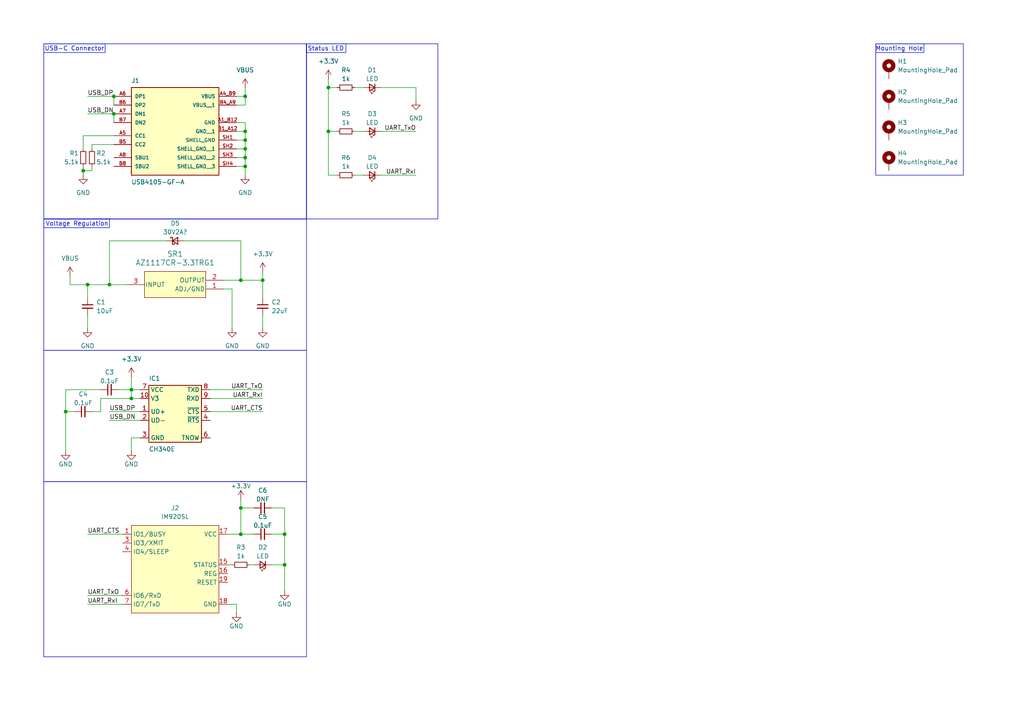
<source format=kicad_sch>
(kicad_sch (version 20250114) (generator "eeschema") (generator_version "9.0")
  (paper "A4")
  (lib_symbols
    (symbol "Device:C_Small" (pin_numbers (hide yes)) (pin_names (offset 0.254) (hide yes))
      (property "Reference" "C" (at 0.254 1.778 0))
      (property "Value" "C_Small" (at 0.254 -2.032 0))
      (symbol "C_Small_0_1"
        (polyline (pts (xy -1.524 0.508) (xy 1.524 0.508)) (stroke (width 0.3048)))
        (polyline (pts (xy -1.524 -0.508) (xy 1.524 -0.508)) (stroke (width 0.3302)))
      )
      (symbol "C_Small_1_1"
        (pin passive line (at 0 2.54 270) (length 2.032) (name "~") (number "1"))
        (pin passive line (at 0 -2.54 90) (length 2.032) (name "~") (number "2"))
      )
    )
    (symbol "Device:D_Schottky_Small" (pin_numbers (hide yes)) (pin_names (offset 0.254) (hide yes))
      (property "Reference" "D" (at -1.27 2.032 0))
      (property "Value" "D_Schottky_Small" (at -7.112 -2.032 0))
      (symbol "D_Schottky_Small_0_1"
        (polyline (pts (xy -1.27 0.762) (xy -1.27 1.016) (xy -0.762 1.016) (xy -0.762 -1.016) (xy -0.254 -1.016) (xy -0.254 -0.762)) (stroke (width 0.254)))
        (polyline (pts (xy -0.762 0) (xy 0.762 0)))
        (polyline (pts (xy 0.762 -1.016) (xy -0.762 0) (xy 0.762 1.016) (xy 0.762 -1.016)) (stroke (width 0.254)))
      )
      (symbol "D_Schottky_Small_1_1"
        (pin passive line (at -2.54 0 0) (length 1.778) (name "K") (number "1"))
        (pin passive line (at 2.54 0 180) (length 1.778) (name "A") (number "2"))
      )
    )
    (symbol "Device:LED_Small" (pin_numbers (hide yes)) (pin_names (offset 0.254) (hide yes))
      (property "Reference" "D" (at -1.27 3.175 0))
      (property "Value" "LED_Small" (at -4.445 -2.54 0))
      (symbol "LED_Small_0_1"
        (polyline (pts (xy -0.762 -1.016) (xy -0.762 1.016)) (stroke (width 0.254)))
        (polyline (pts (xy 0 0.762) (xy -0.508 1.27) (xy -0.254 1.27) (xy -0.508 1.27) (xy -0.508 1.016)))
        (polyline (pts (xy 0.508 1.27) (xy 0 1.778) (xy 0.254 1.778) (xy 0 1.778) (xy 0 1.524)))
        (polyline (pts (xy 0.762 -1.016) (xy -0.762 0) (xy 0.762 1.016) (xy 0.762 -1.016)) (stroke (width 0.254)))
        (polyline (pts (xy 1.016 0) (xy -0.762 0)))
      )
      (symbol "LED_Small_1_1"
        (pin passive line (at -2.54 0 0) (length 1.778) (name "K") (number "1"))
        (pin passive line (at 2.54 0 180) (length 1.778) (name "A") (number "2"))
      )
    )
    (symbol "Device:R_Small" (pin_numbers (hide yes)) (pin_names (offset 0.254) (hide yes))
      (property "Reference" "R" (at 0.762 0.508 0))
      (property "Value" "R_Small" (at 0.762 -1.016 0))
      (symbol "R_Small_0_1"
        (rectangle (start -0.762 1.778) (end 0.762 -1.778) (stroke (width 0.2032)))
      )
      (symbol "R_Small_1_1"
        (pin passive line (at 0 2.54 270) (length 0.762) (name "~") (number "1"))
        (pin passive line (at 0 -2.54 90) (length 0.762) (name "~") (number "2"))
      )
    )
    (symbol "Interface_USB:CH340E"
      (property "Reference" "U3" (at 2.1433 -15.24 0))
      (property "Value" "CH340E" (at 2.1433 -17.78 0))
      (symbol "CH340E_0_1"
        (rectangle (start -7.62 8.89) (end 7.62 -7.62) (stroke (width 0.254)) (fill (type background)))
      )
      (symbol "CH340E_1_1"
        (pin power_in line (at -10.16 7.62 0) (length 2.54) (name "VCC") (number "7"))
        (pin power_out line (at -10.16 5.08 0) (length 2.54) (name "V3") (number "10"))
        (pin bidirectional line (at -10.16 1.27 0) (length 2.54) (name "UD+") (number "1"))
        (pin bidirectional line (at -10.16 -1.27 0) (length 2.54) (name "UD-") (number "2"))
        (pin power_in line (at -10.16 -6.35 0) (length 2.54) (name "GND") (number "3"))
        (pin output line (at 10.16 7.62 180) (length 2.54) (name "TXD") (number "8"))
        (pin input line (at 10.16 5.08 180) (length 2.54) (name "RXD") (number "9"))
        (pin input line (at 10.16 1.27 180) (length 2.54) (name "~{CTS}") (number "5"))
        (pin output line (at 10.16 -1.27 180) (length 2.54) (name "~{RTS}") (number "4"))
        (pin output line (at 10.16 -6.35 180) (length 2.54) (name "TNOW") (number "6"))
      )
    )
    (symbol "Library:AZ1117CR-3.3TRG1" (pin_names (offset 0.254))
      (property "Reference" "CR" (at 0 10.16 0))
      (property "Value" "AZ1117CR-3.3TRG1" (at 0 7.62 0))
      (symbol "AZ1117CR-3.3TRG1_0_1"
        (pin input line (at -13.97 0 0) (length 5.08) (name "INPUT") (number "3"))
        (pin output line (at 13.97 1.27 180) (length 5.08) (name "OUTPUT") (number "2"))
        (pin power_out line (at 13.97 -1.27 180) (length 5.08) (name "ADJ/GND") (number "1"))
      )
      (symbol "AZ1117CR-3.3TRG1_1_1"
        (rectangle (start -8.89 3.81) (end 8.89 -3.81) (fill (type background)))
      )
    )
    (symbol "Library:IM920SL_DataMode"
      (property "Reference" "U" (at -12.7 13.97 0))
      (property "Value" "IM920SL" (at -12.7 -13.97 0))
      (symbol "IM920SL_DataMode_0_0"
        (pin output line (at -15.24 10.16 0) (length 2.54) (name "IO1/BUSY") (number "1"))
        (pin output line (at -15.24 7.62 0) (length 2.54) (name "IO3/XMIT") (number "3"))
        (pin output line (at -15.24 5.08 0) (length 2.54) (name "IO4/SLEEP") (number "4"))
        (pin no_connect line (at -15.24 0 0) (length 2.54) (hide yes) (name "IO10") (number "10"))
        (pin no_connect line (at -15.24 0 0) (length 2.54) (hide yes) (name "IO2") (number "2"))
        (pin no_connect line (at -15.24 0 0) (length 2.54) (hide yes) (name "IO5") (number "5"))
        (pin no_connect line (at -15.24 0 0) (length 2.54) (hide yes) (name "IO8") (number "8"))
        (pin no_connect line (at -15.24 0 0) (length 2.54) (hide yes) (name "IO9") (number "9"))
        (pin input line (at -15.24 -7.62 0) (length 2.54) (name "IO6/RxD") (number "6"))
        (pin output line (at -15.24 -10.16 0) (length 2.54) (name "IO7/TxD") (number "7"))
        (pin power_in line (at 15.24 10.16 180) (length 2.54) (name "VCC") (number "17"))
        (pin no_connect line (at 15.24 6.35 180) (length 2.54) (hide yes) (name "RSV") (number "11"))
        (pin no_connect line (at 15.24 6.35 180) (length 2.54) (hide yes) (name "RSV") (number "12"))
        (pin no_connect line (at 15.24 6.35 180) (length 2.54) (hide yes) (name "RSV") (number "13"))
        (pin no_connect line (at 15.24 6.35 180) (length 2.54) (hide yes) (name "RSV") (number "14"))
        (pin no_connect line (at 15.24 6.35 180) (length 2.54) (hide yes) (name "RSV") (number "20"))
        (pin output line (at 15.24 1.27 180) (length 2.54) (name "STATUS") (number "15"))
        (pin input line (at 15.24 -1.27 180) (length 2.54) (name "REG") (number "16"))
        (pin input line (at 15.24 -3.81 180) (length 2.54) (name "RESET") (number "19"))
        (pin power_in line (at 15.24 -10.16 180) (length 2.54) (name "GND") (number "18"))
      )
      (symbol "IM920SL_DataMode_0_1"
        (rectangle (start -12.7 12.6999) (end 12.7 -12.7) (fill (type background)))
      )
    )
    (symbol "Library:USB4105-GF-A" (pin_names (offset 1.016))
      (property "Reference" "J" (at -12.7 13.97 0))
      (property "Value" "USB4105-GF-A" (at -12.7 -13.97 0))
      (symbol "USB4105-GF-A_0_0"
        (rectangle (start -12.7 12.7) (end 12.7 -12.7) (stroke (width 0.254)) (fill (type background)))
        (pin bidirectional line (at -17.78 10.16 0) (length 5.08) (name "DP1") (number "A6"))
        (pin bidirectional line (at -17.78 7.62 0) (length 5.08) (name "DP2") (number "B6"))
        (pin bidirectional line (at -17.78 5.08 0) (length 5.08) (name "DN1") (number "A7"))
        (pin bidirectional line (at -17.78 2.54 0) (length 5.08) (name "DN2") (number "B7"))
        (pin bidirectional line (at -17.78 -1.27 0) (length 5.08) (name "CC1") (number "A5"))
        (pin bidirectional line (at -17.78 -3.81 0) (length 5.08) (name "CC2") (number "B5"))
        (pin bidirectional line (at -17.78 -7.62 0) (length 5.08) (name "SBU1") (number "A8"))
        (pin bidirectional line (at -17.78 -10.16 0) (length 5.08) (name "SBU2") (number "B8"))
        (pin power_in line (at 17.78 10.16 180) (length 5.08) (name "VBUS") (number "A4_B9"))
        (pin power_in line (at 17.78 7.62 180) (length 5.08) (name "VBUS__1") (number "B4_A9"))
        (pin power_in line (at 17.78 2.54 180) (length 5.08) (name "GND") (number "A1_B12"))
        (pin power_in line (at 17.78 0 180) (length 5.08) (name "GND__1") (number "B1_A12"))
        (pin power_in line (at 17.78 -2.54 180) (length 5.08) (name "SHELL_GND") (number "SH1"))
        (pin power_in line (at 17.78 -5.08 180) (length 5.08) (name "SHELL_GND__1") (number "SH2"))
        (pin power_in line (at 17.78 -7.62 180) (length 5.08) (name "SHELL_GND__2") (number "SH3"))
        (pin power_in line (at 17.78 -10.16 180) (length 5.08) (name "SHELL_GND__3") (number "SH4"))
      )
    )
    (symbol "Mechanical:MountingHole_Pad" (pin_numbers (hide yes)) (pin_names (offset 1.016) (hide yes)) (exclude_from_sim yes) (in_bom no)
      (property "Reference" "H" (at 0 6.35 0))
      (property "Value" "MountingHole_Pad" (at 0 4.445 0))
      (symbol "MountingHole_Pad_0_1"
        (circle (center 0 1.27) (radius 1.27) (stroke (width 1.27)))
      )
      (symbol "MountingHole_Pad_1_1"
        (pin input line (at 0 -2.54 90) (length 2.54) (name "1") (number "1"))
      )
    )
    (symbol "power:+3.3V" (power) (pin_numbers (hide yes)) (pin_names (offset 0) (hide yes))
      (property "Value" "+3.3V" (at 0 3.556 0))
      (symbol "+3.3V_0_1"
        (polyline (pts (xy -0.762 1.27) (xy 0 2.54)))
        (polyline (pts (xy 0 2.54) (xy 0.762 1.27)))
        (polyline (pts (xy 0 0) (xy 0 2.54)))
      )
      (symbol "+3.3V_1_1"
        (pin power_in line (at 0 0 90) (length 0) (name "~") (number "1"))
      )
    )
    (symbol "power:GND" (power) (pin_numbers (hide yes)) (pin_names (offset 0) (hide yes))
      (property "Value" "GND" (at 0 -3.81 0))
      (symbol "GND_0_1"
        (polyline (pts (xy 0 0) (xy 0 -1.27) (xy 1.27 -1.27) (xy 0 -2.54) (xy -1.27 -1.27) (xy 0 -1.27)))
      )
      (symbol "GND_1_1"
        (pin power_in line (at 0 0 270) (length 0) (name "~") (number "1"))
      )
    )
    (symbol "power:VBUS" (power) (pin_numbers (hide yes)) (pin_names (offset 0) (hide yes))
      (property "Value" "VBUS" (at 0 3.556 0))
      (symbol "VBUS_0_1"
        (polyline (pts (xy -0.762 1.27) (xy 0 2.54)))
        (polyline (pts (xy 0 2.54) (xy 0.762 1.27)))
        (polyline (pts (xy 0 0) (xy 0 2.54)))
      )
      (symbol "VBUS_1_1"
        (pin power_in line (at 0 0 90) (length 0) (name "~") (number "1"))
      )
    )
  )
  (rectangle (start 88.9 12.7) (end 100.33 15.24))
  (rectangle (start 12.7 12.7) (end 30.48 15.24))
  (rectangle (start 88.9 12.7) (end 127 63.5))
  (rectangle (start 12.7 12.7) (end 88.9 63.5))
  (rectangle (start 254 12.7) (end 279.4 50.8))
  (rectangle (start 12.7 101.6) (end 88.9 139.7))
  (rectangle (start 12.7 139.7) (end 88.9 190.5))
  (rectangle (start 254 12.7) (end 267.97 15.24))
  (rectangle (start 12.7 63.5) (end 31.75 66.04))
  (rectangle (start 12.7 63.5) (end 88.9 101.6))
  (text "USB-C Connector" (at 21.59 14.224 0) (effects (font (size 1.27 1.27))))
  (text "Voltage Regulation" (at 22.352 65.024 0) (effects (font (size 1.27 1.27))))
  (text "Status LED" (at 94.488 14.224 0) (effects (font (size 1.27 1.27))))
  (text "Mounting Hole" (at 260.858 14.224 0) (effects (font (size 1.27 1.27))))
  (junction (at 95.25 38.1))
  (junction (at 33.02 27.94))
  (junction (at 19.05 119.38))
  (junction (at 71.12 48.26))
  (junction (at 71.12 45.72))
  (junction (at 69.85 81.28))
  (junction (at 38.1 113.03))
  (junction (at 24.13 49.53))
  (junction (at 31.75 82.55))
  (junction (at 71.12 43.18))
  (junction (at 71.12 40.64))
  (junction (at 25.4 82.55))
  (junction (at 69.85 154.94))
  (junction (at 82.55 163.83))
  (junction (at 33.02 33.02))
  (junction (at 38.1 115.57))
  (junction (at 69.85 147.32))
  (junction (at 82.55 154.94))
  (junction (at 71.12 27.94))
  (junction (at 71.12 38.1))
  (junction (at 76.2 81.28))
  (junction (at 95.25 25.4))
  (wire (pts (xy 69.85 144.78) (xy 69.85 147.32)))
  (wire (pts (xy 71.12 35.56) (xy 68.58 35.56)))
  (wire (pts (xy 19.05 113.03) (xy 19.05 119.38)))
  (wire (pts (xy 72.39 163.83) (xy 73.66 163.83)))
  (wire (pts (xy 31.75 82.55) (xy 36.83 82.55)))
  (wire (pts (xy 71.12 43.18) (xy 71.12 40.64)))
  (wire (pts (xy 76.2 78.74) (xy 76.2 81.28)))
  (wire (pts (xy 25.4 33.02) (xy 33.02 33.02)))
  (wire (pts (xy 31.75 69.85) (xy 31.75 82.55)))
  (wire (pts (xy 120.65 29.21) (xy 120.65 25.4)))
  (wire (pts (xy 97.79 50.8) (xy 95.25 50.8)))
  (wire (pts (xy 25.4 91.44) (xy 25.4 95.25)))
  (wire (pts (xy 69.85 81.28) (xy 64.77 81.28)))
  (wire (pts (xy 95.25 38.1) (xy 95.25 25.4)))
  (wire (pts (xy 26.67 119.38) (xy 29.21 119.38)))
  (wire (pts (xy 97.79 38.1) (xy 95.25 38.1)))
  (wire (pts (xy 102.87 25.4) (xy 105.41 25.4)))
  (wire (pts (xy 69.85 147.32) (xy 73.66 147.32)))
  (wire (pts (xy 68.58 30.48) (xy 71.12 30.48)))
  (wire (pts (xy 26.67 41.91) (xy 26.67 43.18)))
  (wire (pts (xy 38.1 127) (xy 38.1 130.81)))
  (wire (pts (xy 69.85 154.94) (xy 73.66 154.94)))
  (wire (pts (xy 24.13 48.26) (xy 24.13 49.53)))
  (wire (pts (xy 19.05 119.38) (xy 19.05 130.81)))
  (wire (pts (xy 25.4 82.55) (xy 25.4 86.36)))
  (wire (pts (xy 82.55 154.94) (xy 82.55 163.83)))
  (wire (pts (xy 68.58 43.18) (xy 71.12 43.18)))
  (wire (pts (xy 102.87 38.1) (xy 105.41 38.1)))
  (wire (pts (xy 76.2 119.38) (xy 60.96 119.38)))
  (wire (pts (xy 25.4 82.55) (xy 31.75 82.55)))
  (wire (pts (xy 68.58 48.26) (xy 71.12 48.26)))
  (wire (pts (xy 25.4 27.94) (xy 33.02 27.94)))
  (wire (pts (xy 38.1 113.03) (xy 38.1 115.57)))
  (wire (pts (xy 26.67 48.26) (xy 26.67 49.53)))
  (wire (pts (xy 71.12 40.64) (xy 71.12 38.1)))
  (wire (pts (xy 76.2 113.03) (xy 60.96 113.03)))
  (wire (pts (xy 76.2 86.36) (xy 76.2 81.28)))
  (wire (pts (xy 71.12 27.94) (xy 71.12 25.4)))
  (wire (pts (xy 33.02 33.02) (xy 33.02 35.56)))
  (wire (pts (xy 67.31 83.82) (xy 64.77 83.82)))
  (wire (pts (xy 120.65 25.4) (xy 110.49 25.4)))
  (wire (pts (xy 78.74 147.32) (xy 82.55 147.32)))
  (wire (pts (xy 66.04 154.94) (xy 69.85 154.94)))
  (wire (pts (xy 110.49 50.8) (xy 120.65 50.8)))
  (wire (pts (xy 25.4 154.94) (xy 35.56 154.94)))
  (wire (pts (xy 25.4 172.72) (xy 35.56 172.72)))
  (wire (pts (xy 76.2 81.28) (xy 69.85 81.28)))
  (wire (pts (xy 48.26 69.85) (xy 31.75 69.85)))
  (wire (pts (xy 68.58 38.1) (xy 71.12 38.1)))
  (wire (pts (xy 33.02 41.91) (xy 26.67 41.91)))
  (wire (pts (xy 78.74 154.94) (xy 82.55 154.94)))
  (wire (pts (xy 33.02 39.37) (xy 24.13 39.37)))
  (wire (pts (xy 71.12 38.1) (xy 71.12 35.56)))
  (wire (pts (xy 71.12 48.26) (xy 71.12 45.72)))
  (wire (pts (xy 82.55 163.83) (xy 78.74 163.83)))
  (wire (pts (xy 24.13 39.37) (xy 24.13 43.18)))
  (wire (pts (xy 95.25 38.1) (xy 95.25 50.8)))
  (wire (pts (xy 29.21 115.57) (xy 38.1 115.57)))
  (wire (pts (xy 38.1 109.22) (xy 38.1 113.03)))
  (wire (pts (xy 68.58 40.64) (xy 71.12 40.64)))
  (wire (pts (xy 24.13 49.53) (xy 24.13 50.8)))
  (wire (pts (xy 20.32 82.55) (xy 25.4 82.55)))
  (wire (pts (xy 53.34 69.85) (xy 69.85 69.85)))
  (wire (pts (xy 71.12 45.72) (xy 71.12 43.18)))
  (wire (pts (xy 33.02 30.48) (xy 33.02 27.94)))
  (wire (pts (xy 20.32 80.01) (xy 20.32 82.55)))
  (wire (pts (xy 29.21 119.38) (xy 29.21 115.57)))
  (wire (pts (xy 40.64 127) (xy 38.1 127)))
  (wire (pts (xy 38.1 115.57) (xy 40.64 115.57)))
  (wire (pts (xy 76.2 91.44) (xy 76.2 95.25)))
  (wire (pts (xy 71.12 30.48) (xy 71.12 27.94)))
  (wire (pts (xy 67.31 95.25) (xy 67.31 83.82)))
  (wire (pts (xy 68.58 175.26) (xy 66.04 175.26)))
  (wire (pts (xy 19.05 113.03) (xy 29.21 113.03)))
  (wire (pts (xy 19.05 119.38) (xy 21.59 119.38)))
  (wire (pts (xy 69.85 147.32) (xy 69.85 154.94)))
  (wire (pts (xy 95.25 22.86) (xy 95.25 25.4)))
  (wire (pts (xy 82.55 171.45) (xy 82.55 163.83)))
  (wire (pts (xy 110.49 38.1) (xy 120.65 38.1)))
  (wire (pts (xy 24.13 49.53) (xy 26.67 49.53)))
  (wire (pts (xy 82.55 147.32) (xy 82.55 154.94)))
  (wire (pts (xy 38.1 113.03) (xy 40.64 113.03)))
  (wire (pts (xy 60.96 115.57) (xy 76.2 115.57)))
  (wire (pts (xy 95.25 25.4) (xy 97.79 25.4)))
  (wire (pts (xy 69.85 81.28) (xy 69.85 69.85)))
  (wire (pts (xy 68.58 177.8) (xy 68.58 175.26)))
  (wire (pts (xy 66.04 163.83) (xy 67.31 163.83)))
  (wire (pts (xy 25.4 175.26) (xy 35.56 175.26)))
  (wire (pts (xy 31.75 121.92) (xy 40.64 121.92)))
  (wire (pts (xy 68.58 45.72) (xy 71.12 45.72)))
  (wire (pts (xy 71.12 50.8) (xy 71.12 48.26)))
  (wire (pts (xy 68.58 27.94) (xy 71.12 27.94)))
  (wire (pts (xy 34.29 113.03) (xy 38.1 113.03)))
  (wire (pts (xy 31.75 119.38) (xy 40.64 119.38)))
  (wire (pts (xy 102.87 50.8) (xy 105.41 50.8)))
  (label "UART_RxI" (at 120.65 50.8 180))
  (label "UART_RxI" (at 76.2 115.57 180))
  (label "USB_DP" (at 31.75 119.38 0))
  (label "UART_TxO" (at 120.65 38.1 180))
  (label "USB_DN" (at 25.4 33.02 0))
  (label "UART_TxO" (at 25.4 172.72 0))
  (label "UART_CTS" (at 25.4 154.94 0))
  (label "UART_CTS" (at 76.2 119.38 180))
  (label "USB_DN" (at 31.75 121.92 0))
  (label "UART_RxI" (at 25.4 175.26 0))
  (label "UART_TxO" (at 76.2 113.03 180))
  (label "USB_DP" (at 25.4 27.94 0))
  (symbol (lib_id "power:GND") (at 82.55 171.45 0) (unit 1)
    (property "Reference" "#PWR013" (effects (hide yes)))
    (property "Value" "GND" (at 82.55 175.26 0))
    (property "Description" "Power symbol creates a global label with name \"GND\" , ground" (effects (hide yes)))
  )
  (symbol (lib_id "power:VBUS") (at 20.32 80.01 0) (unit 1)
    (property "Reference" "#PWR04" (effects (hide yes)))
    (property "Value" "VBUS" (at 20.32 74.93 0))
    (property "Description" "Power symbol creates a global label with name \"VBUS\"" (effects (hide yes)))
  )
  (symbol (lib_id "Device:C_Small") (at 76.2 147.32 90) (unit 1)
    (property "Reference" "C6" (at 76.2 142.24 90))
    (property "Value" "DNF" (at 76.2 144.78 90))
    (property "Footprint" "Capacitor_SMD:C_0603_1608Metric_Pad1.08x0.95mm_HandSolder" (effects (hide yes)))
    (property "Description" "Unpolarized capacitor, small symbol" (effects (hide yes)))
  )
  (symbol (lib_id "Device:D_Schottky_Small") (at 50.8 69.85 0) (unit 1)
    (property "Reference" "D5" (at 50.8 64.77 0))
    (property "Value" "30V2A?" (at 50.8 67.31 0))
    (property "Footprint" "Diode_SMD:D_SOD-123" (effects (hide yes)))
    (property "Description" "Schottky diode, small symbol" (effects (hide yes)))
  )
  (symbol (lib_id "Library:IM920SL_DataMode") (at 50.8 165.1 0) (unit 1)
    (property "Reference" "J2" (at 50.8 147.32 0))
    (property "Value" "IM920SL" (at 50.8 149.86 0))
    (property "Footprint" "Library:IM920SL" (effects (hide yes)))
    (property "Description" "Footprint of IM920SL, adjusted for DataMode." (effects (hide yes)))
  )
  (symbol (lib_id "Device:LED_Small") (at 107.95 38.1 180) (unit 1)
    (property "Reference" "D3" (at 107.95 33.02 0))
    (property "Value" "LED" (at 107.95 35.56 0))
    (property "Footprint" "LED_SMD:LED_0603_1608Metric_Pad1.05x0.95mm_HandSolder" (effects (hide yes)))
    (property "Description" "Light emitting diode, small symbol" (effects (hide yes)))
    (property "Sim.Pin" "1=K 2=A" (effects (hide yes)))
  )
  (symbol (lib_id "power:GND") (at 120.65 29.21 0) (unit 1)
    (property "Reference" "#PWR016" (effects (hide yes)))
    (property "Value" "GND" (at 120.65 34.29 0))
    (property "Description" "Power symbol creates a global label with name \"GND\" , ground" (effects (hide yes)))
  )
  (symbol (lib_id "power:GND") (at 76.2 95.25 0) (unit 1)
    (property "Reference" "#PWR06" (effects (hide yes)))
    (property "Value" "GND" (at 76.2 100.33 0))
    (property "Description" "Power symbol creates a global label with name \"GND\" , ground" (effects (hide yes)))
  )
  (symbol (lib_id "Device:R_Small") (at 24.13 45.72 0) (mirror y) (unit 1)
    (property "Reference" "R1" (at 22.86 44.45 0) (effects (justify left)))
    (property "Value" "5.1k" (at 22.86 46.99 0) (effects (justify left)))
    (property "Footprint" "Resistor_SMD:R_0402_1005Metric_Pad0.72x0.64mm_HandSolder" (effects (hide yes)))
    (property "Description" "Resistor, small symbol" (effects (hide yes)))
  )
  (symbol (lib_id "power:GND") (at 19.05 130.81 0) (unit 1)
    (property "Reference" "#PWR014" (effects (hide yes)))
    (property "Value" "GND" (at 19.05 134.62 0))
    (property "Description" "Power symbol creates a global label with name \"GND\" , ground" (effects (hide yes)))
  )
  (symbol (lib_id "power:GND") (at 25.4 95.25 0) (unit 1)
    (property "Reference" "#PWR05" (effects (hide yes)))
    (property "Value" "GND" (at 25.4 100.33 0))
    (property "Description" "Power symbol creates a global label with name \"GND\" , ground" (effects (hide yes)))
  )
  (symbol (lib_id "Device:C_Small") (at 31.75 113.03 90) (unit 1)
    (property "Reference" "C3" (at 31.75 107.95 90))
    (property "Value" "0.1uF" (at 31.75 110.49 90))
    (property "Footprint" "Capacitor_SMD:C_0402_1005Metric_Pad0.74x0.62mm_HandSolder" (effects (hide yes)))
    (property "Description" "Unpolarized capacitor, small symbol" (effects (hide yes)))
  )
  (symbol (lib_id "Device:LED_Small") (at 76.2 163.83 180) (unit 1)
    (property "Reference" "D2" (at 76.2 158.75 0))
    (property "Value" "LED" (at 76.2 161.29 0))
    (property "Footprint" "LED_SMD:LED_0603_1608Metric_Pad1.05x0.95mm_HandSolder" (effects (hide yes)))
    (property "Description" "Light emitting diode, small symbol" (effects (hide yes)))
    (property "Sim.Pin" "1=K 2=A" (effects (hide yes)))
  )
  (symbol (lib_id "power:+3.3V") (at 69.85 144.78 0) (unit 1)
    (property "Reference" "#PWR010" (effects (hide yes)))
    (property "Value" "+3.3V" (at 69.85 140.97 0))
    (property "Description" "Power symbol creates a global label with name \"+3.3V\"" (effects (hide yes)))
  )
  (symbol (lib_id "Device:C_Small") (at 76.2 88.9 0) (unit 1)
    (property "Reference" "C2" (at 78.74 87.6362 0) (effects (justify left)))
    (property "Value" "22uF" (at 78.74 90.1762 0) (effects (justify left)))
    (property "Footprint" "Capacitor_SMD:C_0603_1608Metric_Pad1.08x0.95mm_HandSolder" (effects (hide yes)))
    (property "Description" "Unpolarized capacitor, small symbol" (effects (hide yes)))
  )
  (symbol (lib_id "power:GND") (at 71.12 50.8 0) (unit 1)
    (property "Reference" "#PWR02" (effects (hide yes)))
    (property "Value" "GND" (at 71.12 55.88 0))
    (property "Description" "Power symbol creates a global label with name \"GND\" , ground" (effects (hide yes)))
  )
  (symbol (lib_id "Interface_USB:CH340E") (at 50.8 120.65 0) (unit 1)
    (property "Reference" "IC1" (at 43.18 110.49 0) (effects (justify left bottom)))
    (property "Value" "CH340E" (at 43.18 129.54 0) (effects (justify left top)))
    (property "Footprint" "Package_SO:MSOP-10_3x3mm_P0.5mm" (effects (hide yes)))
    (property "Datasheet" "https://www.mpja.com/download/35227cpdata.pdf" (effects (hide yes)))
    (property "Description" "USB serial converter, UART, MSOP-10" (effects (hide yes)))
  )
  (symbol (lib_id "Device:R_Small") (at 26.67 45.72 0) (unit 1)
    (property "Reference" "R2" (at 27.94 44.45 0) (effects (justify left)))
    (property "Value" "5.1k" (at 27.94 46.99 0) (effects (justify left)))
    (property "Footprint" "Resistor_SMD:R_0402_1005Metric_Pad0.72x0.64mm_HandSolder" (effects (hide yes)))
    (property "Description" "Resistor, small symbol" (effects (hide yes)))
  )
  (symbol (lib_id "Mechanical:MountingHole_Pad") (at 257.81 29.21 0) (unit 1) (exclude_from_sim yes) (in_bom no)
    (property "Reference" "H2" (at 260.35 26.6699 0) (effects (justify left)))
    (property "Value" "MountingHole_Pad" (at 260.35 29.2099 0) (effects (justify left)))
    (property "Footprint" "MountingHole:MountingHole_3.2mm_M3_Pad" (effects (hide yes)))
    (property "Description" "Mounting Hole with connection" (effects (hide yes)))
  )
  (symbol (lib_id "Library:USB4105-GF-A") (at 50.8 38.1 0) (unit 1)
    (property "Reference" "J1" (at 38.1 24.13 0) (effects (justify left bottom)))
    (property "Value" "USB4105-GF-A" (at 38.1 52.07 0) (effects (justify left top)))
    (property "Footprint" "Library:GCT_USB4105-GF-A" (effects (hide yes)))
    (property "PARTREV" "B4" (effects (hide yes)))
    (property "STANDARD" "Manufacturer Recommendations" (effects (hide yes)))
    (property "MAXIMUM_PACKAGE_HEIGHT" "3.31 mm" (effects (hide yes)))
    (property "MANUFACTURER" "GCT" (effects (hide yes)))
  )
  (symbol (lib_id "Device:LED_Small") (at 107.95 25.4 180) (unit 1)
    (property "Reference" "D1" (at 107.95 20.32 0))
    (property "Value" "LED" (at 107.95 22.86 0))
    (property "Footprint" "LED_SMD:LED_0603_1608Metric_Pad1.05x0.95mm_HandSolder" (effects (hide yes)))
    (property "Description" "Light emitting diode, small symbol" (effects (hide yes)))
    (property "Sim.Pin" "1=K 2=A" (effects (hide yes)))
  )
  (symbol (lib_id "power:GND") (at 68.58 177.8 0) (unit 1)
    (property "Reference" "#PWR012" (effects (hide yes)))
    (property "Value" "GND" (at 68.58 181.61 0))
    (property "Description" "Power symbol creates a global label with name \"GND\" , ground" (effects (hide yes)))
  )
  (symbol (lib_id "Device:C_Small") (at 76.2 154.94 90) (unit 1)
    (property "Reference" "C5" (at 76.2 149.86 90))
    (property "Value" "0.1uF" (at 76.2 152.4 90))
    (property "Footprint" "Capacitor_SMD:C_0402_1005Metric_Pad0.74x0.62mm_HandSolder" (effects (hide yes)))
    (property "Description" "Unpolarized capacitor, small symbol" (effects (hide yes)))
  )
  (symbol (lib_id "Device:R_Small") (at 100.33 50.8 90) (unit 1)
    (property "Reference" "R6" (at 100.33 45.72 90))
    (property "Value" "1k" (at 100.33 48.26 90))
    (property "Footprint" "Resistor_SMD:R_0402_1005Metric_Pad0.72x0.64mm_HandSolder" (effects (hide yes)))
    (property "Description" "Resistor, small symbol" (effects (hide yes)))
  )
  (symbol (lib_id "Device:R_Small") (at 69.85 163.83 90) (unit 1)
    (property "Reference" "R3" (at 69.85 158.75 90))
    (property "Value" "1k" (at 69.85 161.29 90))
    (property "Footprint" "Resistor_SMD:R_0402_1005Metric_Pad0.72x0.64mm_HandSolder" (effects (hide yes)))
    (property "Description" "Resistor, small symbol" (effects (hide yes)))
  )
  (symbol (lib_id "power:GND") (at 24.13 50.8 0) (unit 1)
    (property "Reference" "#PWR01" (effects (hide yes)))
    (property "Value" "GND" (at 24.13 55.88 0))
    (property "Description" "Power symbol creates a global label with name \"GND\" , ground" (effects (hide yes)))
  )
  (symbol (lib_id "Library:AZ1117CR-3.3TRG1") (at 50.8 82.55 0) (unit 1)
    (property "Reference" "SR1" (at 50.8 73.66 0) (effects (font (size 1.524 1.524))))
    (property "Value" "AZ1117CR-3.3TRG1" (at 50.8 76.2 0) (effects (font (size 1.524 1.524))))
    (property "Footprint" "Library:AZ1117CR-3.3TRG1" (effects (hide yes)))
    (property "Datasheet" "AZ1117CR-3.3TRG1" (effects (hide yes)))
  )
  (symbol (lib_id "Device:R_Small") (at 100.33 25.4 90) (unit 1)
    (property "Reference" "R4" (at 100.33 20.32 90))
    (property "Value" "1k" (at 100.33 22.86 90))
    (property "Footprint" "Resistor_SMD:R_0402_1005Metric_Pad0.72x0.64mm_HandSolder" (effects (hide yes)))
    (property "Description" "Resistor, small symbol" (effects (hide yes)))
  )
  (symbol (lib_id "power:+3.3V") (at 38.1 109.22 0) (unit 1)
    (property "Reference" "#PWR09" (effects (hide yes)))
    (property "Value" "+3.3V" (at 38.1 104.14 0))
    (property "Description" "Power symbol creates a global label with name \"+3.3V\"" (effects (hide yes)))
  )
  (symbol (lib_id "power:GND") (at 67.31 95.25 0) (unit 1)
    (property "Reference" "#PWR08" (effects (hide yes)))
    (property "Value" "GND" (at 67.31 100.33 0))
    (property "Description" "Power symbol creates a global label with name \"GND\" , ground" (effects (hide yes)))
  )
  (symbol (lib_id "power:GND") (at 38.1 130.81 0) (unit 1)
    (property "Reference" "#PWR011" (effects (hide yes)))
    (property "Value" "GND" (at 38.1 134.62 0))
    (property "Description" "Power symbol creates a global label with name \"GND\" , ground" (effects (hide yes)))
  )
  (symbol (lib_id "power:+3.3V") (at 76.2 78.74 0) (unit 1)
    (property "Reference" "#PWR07" (effects (hide yes)))
    (property "Value" "+3.3V" (at 76.2 73.66 0))
    (property "Description" "Power symbol creates a global label with name \"+3.3V\"" (effects (hide yes)))
  )
  (symbol (lib_id "Mechanical:MountingHole_Pad") (at 257.81 46.99 0) (unit 1) (exclude_from_sim yes) (in_bom no)
    (property "Reference" "H4" (at 260.35 44.4499 0) (effects (justify left)))
    (property "Value" "MountingHole_Pad" (at 260.35 46.9899 0) (effects (justify left)))
    (property "Footprint" "MountingHole:MountingHole_3.2mm_M3_Pad" (effects (hide yes)))
    (property "Description" "Mounting Hole with connection" (effects (hide yes)))
  )
  (symbol (lib_id "power:+3.3V") (at 95.25 22.86 0) (unit 1)
    (property "Reference" "#PWR015" (effects (hide yes)))
    (property "Value" "+3.3V" (at 95.25 17.78 0))
    (property "Description" "Power symbol creates a global label with name \"+3.3V\"" (effects (hide yes)))
  )
  (symbol (lib_id "power:VBUS") (at 71.12 25.4 0) (unit 1)
    (property "Reference" "#PWR03" (effects (hide yes)))
    (property "Value" "VBUS" (at 71.12 20.32 0))
    (property "Description" "Power symbol creates a global label with name \"VBUS\"" (effects (hide yes)))
  )
  (symbol (lib_id "Mechanical:MountingHole_Pad") (at 257.81 20.32 0) (unit 1) (exclude_from_sim yes) (in_bom no)
    (property "Reference" "H1" (at 260.35 17.7799 0) (effects (justify left)))
    (property "Value" "MountingHole_Pad" (at 260.35 20.3199 0) (effects (justify left)))
    (property "Footprint" "MountingHole:MountingHole_3.2mm_M3_Pad" (effects (hide yes)))
    (property "Description" "Mounting Hole with connection" (effects (hide yes)))
  )
  (symbol (lib_id "Device:LED_Small") (at 107.95 50.8 180) (unit 1)
    (property "Reference" "D4" (at 107.95 45.72 0))
    (property "Value" "LED" (at 107.95 48.26 0))
    (property "Footprint" "LED_SMD:LED_0603_1608Metric_Pad1.05x0.95mm_HandSolder" (effects (hide yes)))
    (property "Description" "Light emitting diode, small symbol" (effects (hide yes)))
    (property "Sim.Pin" "1=K 2=A" (effects (hide yes)))
  )
  (symbol (lib_id "Mechanical:MountingHole_Pad") (at 257.81 38.1 0) (unit 1) (exclude_from_sim yes) (in_bom no)
    (property "Reference" "H3" (at 260.35 35.5599 0) (effects (justify left)))
    (property "Value" "MountingHole_Pad" (at 260.35 38.0999 0) (effects (justify left)))
    (property "Footprint" "MountingHole:MountingHole_3.2mm_M3_Pad" (effects (hide yes)))
    (property "Description" "Mounting Hole with connection" (effects (hide yes)))
  )
  (symbol (lib_id "Device:R_Small") (at 100.33 38.1 90) (unit 1)
    (property "Reference" "R5" (at 100.33 33.02 90))
    (property "Value" "1k" (at 100.33 35.56 90))
    (property "Footprint" "Resistor_SMD:R_0402_1005Metric_Pad0.72x0.64mm_HandSolder" (effects (hide yes)))
    (property "Description" "Resistor, small symbol" (effects (hide yes)))
  )
  (symbol (lib_id "Device:C_Small") (at 25.4 88.9 0) (unit 1)
    (property "Reference" "C1" (at 27.94 87.6362 0) (effects (justify left)))
    (property "Value" "10uF" (at 27.94 90.1762 0) (effects (justify left)))
    (property "Footprint" "Capacitor_SMD:C_0603_1608Metric_Pad1.08x0.95mm_HandSolder" (effects (hide yes)))
    (property "Description" "Unpolarized capacitor, small symbol" (effects (hide yes)))
  )
  (symbol (lib_id "Device:C_Small") (at 24.13 119.38 90) (unit 1)
    (property "Reference" "C4" (at 24.13 114.3 90))
    (property "Value" "0.1uF" (at 24.13 116.84 90))
    (property "Footprint" "Capacitor_SMD:C_0402_1005Metric_Pad0.74x0.62mm_HandSolder" (effects (hide yes)))
    (property "Description" "Unpolarized capacitor, small symbol" (effects (hide yes)))
  )
)
</source>
